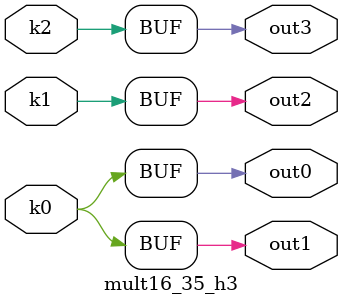
<source format=v>
module mult16_35(pi0, pi1, pi2, pi3, pi4, pi5, pi6, pi7, po0, po1, po2, po3);
input pi0, pi1, pi2, pi3, pi4, pi5, pi6, pi7;
output po0, po1, po2, po3;
wire k0, k1, k2;
mult16_35_w3 DUT1 (pi0, pi1, pi2, pi3, pi4, pi5, pi6, pi7, k0, k1, k2);
mult16_35_h3 DUT2 (k0, k1, k2, po0, po1, po2, po3);
endmodule

module mult16_35_w3(in7, in6, in5, in4, in3, in2, in1, in0, k2, k1, k0);
input in7, in6, in5, in4, in3, in2, in1, in0;
output k2, k1, k0;
assign k0 =   in0 ? ((((~in7 & (~in6 | ~in5)) | (~in6 & ~in5)) & ((~in3 & (~in2 ^ in1)) | (in2 & ~in1 & (in4 | in3)))) | ((~in2 ^ in1) & (in3 ? ((in7 & (in6 | in5)) | ~in4 | (in6 & in5)) : in4)) | (~in2 & in1 & ((~in4 & ~in3) | (((in6 & in5) | (in7 & (in6 | in5))) & (~in4 | ~in3)))) | (in4 & in3 & in2 & ~in1)) : ((((in6 & in5) | (in7 & (in6 | in5))) & ((~in4 & ((in2 & ~in1) | (~in3 & (in2 | ~in1)))) | (~in3 & in2 & ~in1))) | (((~in7 & (~in6 | ~in5)) | (~in6 & ~in5)) & ((in4 & ((~in2 & in1) | (in3 & (~in2 | in1)))) | (in3 & ~in2 & in1))) | (in4 & in3 & ~in2 & in1) | (~in4 & ~in3 & in2 & ~in1));
assign k1 =   ((in2 ^ in1) & (((~in4 ^ in3) & ((in7 & (in6 | in5)) | (in6 & in5))) | (((~in6 & ~in5) | (~in7 & (~in6 | ~in5))) & (in4 ^ in3)))) | ((~in2 ^ in1) & ((((in7 & (in6 | in5)) | (in6 & in5)) & (in4 ^ in3)) | ((~in4 ^ in3) & ((~in6 & ~in5) | (~in7 & (~in6 | ~in5))))));
assign k2 =   in7 ? (~in6 ^ in5) : (in6 ^ in5);
endmodule

module mult16_35_h3(k2, k1, k0, out3, out2, out1, out0);
input k2, k1, k0;
output out3, out2, out1, out0;
assign out0 = k0;
assign out1 = k0;
assign out2 = k1;
assign out3 = k2;
endmodule

</source>
